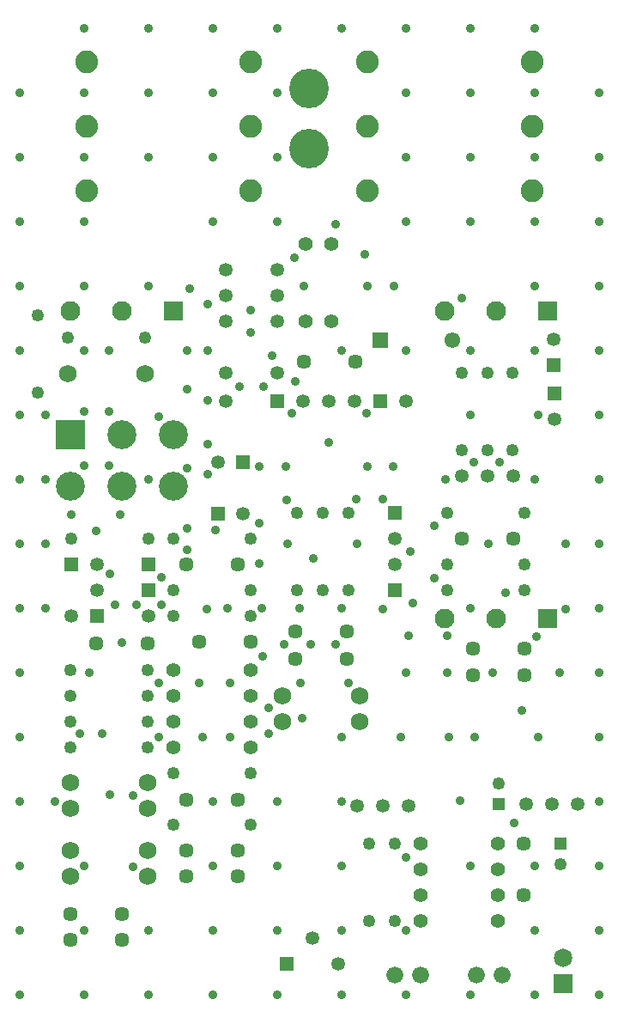
<source format=gbs>
G04*
G04 #@! TF.GenerationSoftware,Altium Limited,Altium Designer,19.0.12 (326)*
G04*
G04 Layer_Color=16711935*
%FSLAX25Y25*%
%MOIN*%
G70*
G01*
G75*
%ADD18C,0.06890*%
%ADD19C,0.05315*%
%ADD20R,0.05315X0.05315*%
%ADD21R,0.05315X0.05315*%
%ADD22C,0.04922*%
%ADD23C,0.05709*%
%ADD24R,0.04922X0.04922*%
%ADD25C,0.05591*%
%ADD26R,0.07678X0.07678*%
%ADD27C,0.07678*%
%ADD28C,0.15355*%
%ADD29C,0.07191*%
%ADD30R,0.07191X0.07191*%
%ADD31C,0.06591*%
%ADD32C,0.08859*%
%ADD33C,0.05316*%
%ADD34R,0.11221X0.11221*%
%ADD35C,0.11221*%
%ADD36R,0.06103X0.06103*%
%ADD37C,0.06103*%
%ADD38C,0.03591*%
D18*
X23500Y76500D02*
D03*
Y86500D02*
D03*
X53500Y76500D02*
D03*
Y86500D02*
D03*
Y60000D02*
D03*
Y50000D02*
D03*
X23500Y60000D02*
D03*
Y50000D02*
D03*
X136000Y120000D02*
D03*
Y110000D02*
D03*
X106000Y120000D02*
D03*
Y110000D02*
D03*
X22474Y245000D02*
D03*
X52473D02*
D03*
D19*
X80962Y210589D02*
D03*
X54000Y151000D02*
D03*
X34000Y171000D02*
D03*
X195500Y205500D02*
D03*
X185500D02*
D03*
X175500D02*
D03*
X211500Y227387D02*
D03*
X127524Y16000D02*
D03*
X117525Y26000D02*
D03*
X211100Y258500D02*
D03*
X149500Y181000D02*
D03*
X154019Y234500D02*
D03*
X114000D02*
D03*
X124000D02*
D03*
X134000D02*
D03*
X154762Y77306D02*
D03*
X144762D02*
D03*
X134762D02*
D03*
X84000Y234500D02*
D03*
X24000Y151000D02*
D03*
X200687Y78184D02*
D03*
X210686D02*
D03*
X220687D02*
D03*
X149500Y171000D02*
D03*
X34000Y161000D02*
D03*
X90424Y190589D02*
D03*
D20*
X80962D02*
D03*
X211500Y237387D02*
D03*
X211100Y248500D02*
D03*
X149500Y191000D02*
D03*
X24000Y171000D02*
D03*
X149500Y161000D02*
D03*
X90424Y210589D02*
D03*
D21*
X34000Y151000D02*
D03*
X54000Y171000D02*
D03*
X107525Y16000D02*
D03*
X144019Y234500D02*
D03*
X104000D02*
D03*
X54000Y161000D02*
D03*
D22*
X22504Y259000D02*
D03*
X52504D02*
D03*
X195189Y215500D02*
D03*
Y245500D02*
D03*
X185500D02*
D03*
Y215500D02*
D03*
X175500D02*
D03*
Y245500D02*
D03*
X200000Y191000D02*
D03*
X170000D02*
D03*
X200000Y161000D02*
D03*
X170000D02*
D03*
X23500Y110000D02*
D03*
X53500D02*
D03*
Y100000D02*
D03*
X23500D02*
D03*
X93500Y70000D02*
D03*
X63500D02*
D03*
X93500Y90000D02*
D03*
X63500D02*
D03*
X139500Y62800D02*
D03*
Y32800D02*
D03*
X189700Y86011D02*
D03*
X149500Y32806D02*
D03*
Y62806D02*
D03*
X111500Y191000D02*
D03*
Y161000D02*
D03*
X121500Y191000D02*
D03*
Y161000D02*
D03*
X213962Y54806D02*
D03*
X93500Y181000D02*
D03*
X63500D02*
D03*
X53500Y130000D02*
D03*
X23500D02*
D03*
X53500Y120000D02*
D03*
X23500D02*
D03*
X93500Y161000D02*
D03*
X63500D02*
D03*
X200000Y171000D02*
D03*
X170000D02*
D03*
X63500Y151000D02*
D03*
X93500D02*
D03*
X11000Y237622D02*
D03*
Y267622D02*
D03*
X24000Y181000D02*
D03*
X54000D02*
D03*
X131500Y161000D02*
D03*
Y191000D02*
D03*
D23*
X175506Y181000D02*
D03*
X195506D02*
D03*
X131000Y145000D02*
D03*
X111000D02*
D03*
X131000Y134500D02*
D03*
X111000D02*
D03*
X68500Y50000D02*
D03*
X88500D02*
D03*
Y60000D02*
D03*
X68500D02*
D03*
X114032Y249800D02*
D03*
X134032D02*
D03*
X53500Y140500D02*
D03*
X33500D02*
D03*
X199462Y42806D02*
D03*
Y62806D02*
D03*
X93500Y141000D02*
D03*
X73500D02*
D03*
X43500Y25500D02*
D03*
X23500D02*
D03*
Y35500D02*
D03*
X43500D02*
D03*
X200000Y138500D02*
D03*
X180000D02*
D03*
Y128000D02*
D03*
X200000D02*
D03*
X88500Y171000D02*
D03*
X68500D02*
D03*
X88500Y79900D02*
D03*
X68500D02*
D03*
D24*
X189700Y78132D02*
D03*
X213962Y62686D02*
D03*
D25*
X115000Y295500D02*
D03*
X125000D02*
D03*
Y265500D02*
D03*
X115000D02*
D03*
X189462Y32806D02*
D03*
Y42806D02*
D03*
Y62806D02*
D03*
Y52806D02*
D03*
X159462Y32806D02*
D03*
Y42806D02*
D03*
Y52806D02*
D03*
Y62806D02*
D03*
X63500Y130000D02*
D03*
Y120000D02*
D03*
Y110000D02*
D03*
Y100000D02*
D03*
X93500Y120000D02*
D03*
Y130000D02*
D03*
Y110000D02*
D03*
Y100000D02*
D03*
D26*
X209000Y269500D02*
D03*
Y150000D02*
D03*
X63500Y269500D02*
D03*
D27*
X189000D02*
D03*
X169000D02*
D03*
X189000Y150000D02*
D03*
X169000D02*
D03*
X43500Y269500D02*
D03*
X23500D02*
D03*
D28*
X116250Y355900D02*
D03*
Y332278D02*
D03*
D29*
X214847Y18500D02*
D03*
D30*
Y8500D02*
D03*
D31*
X181252Y11600D02*
D03*
X191252D02*
D03*
X149500D02*
D03*
X159500D02*
D03*
D32*
X138911Y341100D02*
D03*
X202809D02*
D03*
X138911Y366100D02*
D03*
X202809D02*
D03*
X138911Y316100D02*
D03*
X202809D02*
D03*
X29692Y341100D02*
D03*
X93590D02*
D03*
X29692Y366100D02*
D03*
X93590D02*
D03*
X29692Y316100D02*
D03*
X93590D02*
D03*
D33*
X84000Y245366D02*
D03*
Y265366D02*
D03*
Y275366D02*
D03*
Y285366D02*
D03*
X104000D02*
D03*
Y275366D02*
D03*
Y265366D02*
D03*
Y245366D02*
D03*
D34*
X23500Y221462D02*
D03*
D35*
X43500D02*
D03*
X63500D02*
D03*
X23500Y201462D02*
D03*
X43500D02*
D03*
X63500D02*
D03*
D36*
X144019Y258000D02*
D03*
D37*
X172019D02*
D03*
D38*
X109500Y229700D02*
D03*
X138400D02*
D03*
X131500Y125000D02*
D03*
X98300Y135500D02*
D03*
X41000Y155500D02*
D03*
X49177D02*
D03*
X38391Y254000D02*
D03*
X3700Y204000D02*
D03*
X43000Y190500D02*
D03*
X28700Y304000D02*
D03*
X69000Y208334D02*
D03*
X78700Y379000D02*
D03*
X203700Y279000D02*
D03*
X228700Y79000D02*
D03*
X38691Y167500D02*
D03*
X107728Y179000D02*
D03*
X33500Y184066D02*
D03*
X103700Y29000D02*
D03*
X153700Y4000D02*
D03*
X100500Y115500D02*
D03*
X153700Y129000D02*
D03*
X178700Y354000D02*
D03*
X156606Y156153D02*
D03*
X126500Y140175D02*
D03*
X84500Y153991D02*
D03*
X3700Y29000D02*
D03*
X98000Y154081D02*
D03*
X155535Y176000D02*
D03*
X3700Y254000D02*
D03*
X53700Y4000D02*
D03*
X73500Y125000D02*
D03*
X128700Y104000D02*
D03*
X78700Y304000D02*
D03*
X58000Y104000D02*
D03*
X228700Y254000D02*
D03*
X178700Y329000D02*
D03*
X228700Y204000D02*
D03*
X170500Y104000D02*
D03*
X28700Y379000D02*
D03*
X103700Y329000D02*
D03*
X43500Y140600D02*
D03*
X192666Y160000D02*
D03*
X138000Y291500D02*
D03*
X145000Y196500D02*
D03*
X3700Y129000D02*
D03*
X169226Y204000D02*
D03*
X38391Y209500D02*
D03*
X103700Y79000D02*
D03*
X203700Y29000D02*
D03*
X134826Y179000D02*
D03*
X3700Y354000D02*
D03*
X77000Y272000D02*
D03*
X228700Y279000D02*
D03*
X28700Y209500D02*
D03*
X69000Y254000D02*
D03*
X178700Y229000D02*
D03*
X228700Y154000D02*
D03*
X153700Y379000D02*
D03*
X35896Y105500D02*
D03*
X216000Y179000D02*
D03*
X178700Y254000D02*
D03*
X103700Y54000D02*
D03*
X228700Y354000D02*
D03*
X3700Y279000D02*
D03*
X216000Y153889D02*
D03*
X97000Y187000D02*
D03*
X28700Y254000D02*
D03*
X69000Y185000D02*
D03*
X76500Y153889D02*
D03*
X103700Y379000D02*
D03*
X3700Y4000D02*
D03*
X228700Y129000D02*
D03*
X145000Y153889D02*
D03*
X77000Y234900D02*
D03*
X165000Y185962D02*
D03*
X3700Y154000D02*
D03*
X48000Y81500D02*
D03*
X170000Y128943D02*
D03*
X107493Y196173D02*
D03*
X14000Y229000D02*
D03*
X77000Y206000D02*
D03*
X153700Y29000D02*
D03*
X228700Y104000D02*
D03*
X3700Y229000D02*
D03*
X228700Y54000D02*
D03*
X190325Y210589D02*
D03*
X170000Y143434D02*
D03*
X203700Y4000D02*
D03*
X151827Y104000D02*
D03*
X128700Y379000D02*
D03*
X24000Y190500D02*
D03*
X178700Y154000D02*
D03*
X103700Y4000D02*
D03*
X3700Y304000D02*
D03*
X53700Y29000D02*
D03*
X178700Y4000D02*
D03*
X78700Y29000D02*
D03*
X155000Y143434D02*
D03*
X138911Y279000D02*
D03*
X39000Y81594D02*
D03*
X203700Y204000D02*
D03*
X128700Y4000D02*
D03*
X203700Y54000D02*
D03*
Y329000D02*
D03*
X30919Y129000D02*
D03*
X69000Y239000D02*
D03*
X78700Y4000D02*
D03*
X28700Y329000D02*
D03*
X3700Y104000D02*
D03*
X80000Y184500D02*
D03*
X53700Y204000D02*
D03*
X59000Y155500D02*
D03*
X153700Y329000D02*
D03*
X59000Y166000D02*
D03*
X38391Y230500D02*
D03*
X180661Y104000D02*
D03*
X178700Y304000D02*
D03*
X204657Y143000D02*
D03*
X116762Y140123D02*
D03*
X70000Y278129D02*
D03*
X97000Y209000D02*
D03*
X53700Y279000D02*
D03*
X128700Y154000D02*
D03*
X180260Y210589D02*
D03*
X139000Y209000D02*
D03*
X103700Y354000D02*
D03*
X53700Y379000D02*
D03*
X58000Y125000D02*
D03*
X205297Y229000D02*
D03*
X185712Y179000D02*
D03*
X75000Y104000D02*
D03*
X112895Y125000D02*
D03*
X228700Y4000D02*
D03*
X175500Y274500D02*
D03*
X228700Y29000D02*
D03*
X28700Y279000D02*
D03*
X3700Y329000D02*
D03*
X78700Y54000D02*
D03*
X14000Y179000D02*
D03*
X149000Y208995D02*
D03*
X53700Y354000D02*
D03*
X85366Y125000D02*
D03*
X28700Y4000D02*
D03*
Y54000D02*
D03*
X228700Y304000D02*
D03*
X53700Y329000D02*
D03*
X78700Y354000D02*
D03*
X203700D02*
D03*
X14000Y154000D02*
D03*
X203700Y304000D02*
D03*
X153700D02*
D03*
X78700Y79000D02*
D03*
X28700Y230500D02*
D03*
X153725Y57500D02*
D03*
X178700Y54000D02*
D03*
X3700Y79000D02*
D03*
X153700Y354000D02*
D03*
X14000Y204000D02*
D03*
X17500Y79023D02*
D03*
X228700Y329000D02*
D03*
X164750Y165741D02*
D03*
X228700Y179000D02*
D03*
X128700Y29000D02*
D03*
X28700D02*
D03*
X228700Y229000D02*
D03*
X149100Y279000D02*
D03*
X107325Y209000D02*
D03*
X69000Y176789D02*
D03*
X77000Y217615D02*
D03*
X103700Y304000D02*
D03*
X205297Y104000D02*
D03*
X3700Y179000D02*
D03*
X213500Y129041D02*
D03*
X124000Y218275D02*
D03*
X3700Y54000D02*
D03*
X77000Y254000D02*
D03*
X153700D02*
D03*
X178700Y379000D02*
D03*
X85366Y104000D02*
D03*
X203700Y254000D02*
D03*
X187674Y128943D02*
D03*
X112500Y154081D02*
D03*
X203700Y379000D02*
D03*
X97000Y171400D02*
D03*
X78700Y329000D02*
D03*
X27348Y105500D02*
D03*
X128700Y54000D02*
D03*
X28700Y354000D02*
D03*
X102000Y252000D02*
D03*
X134675Y196500D02*
D03*
X113500Y111495D02*
D03*
X128700Y79000D02*
D03*
Y254000D02*
D03*
X100500Y105500D02*
D03*
X118000Y173396D02*
D03*
X198749Y114500D02*
D03*
X58000Y228500D02*
D03*
X48000Y53726D02*
D03*
X106500Y140123D02*
D03*
X126500Y303000D02*
D03*
X110578Y290000D02*
D03*
X114237Y279000D02*
D03*
X89199Y240000D02*
D03*
X98567D02*
D03*
X110726Y242000D02*
D03*
X93590Y269737D02*
D03*
Y261000D02*
D03*
X196000Y70774D02*
D03*
X175000Y79418D02*
D03*
M02*

</source>
